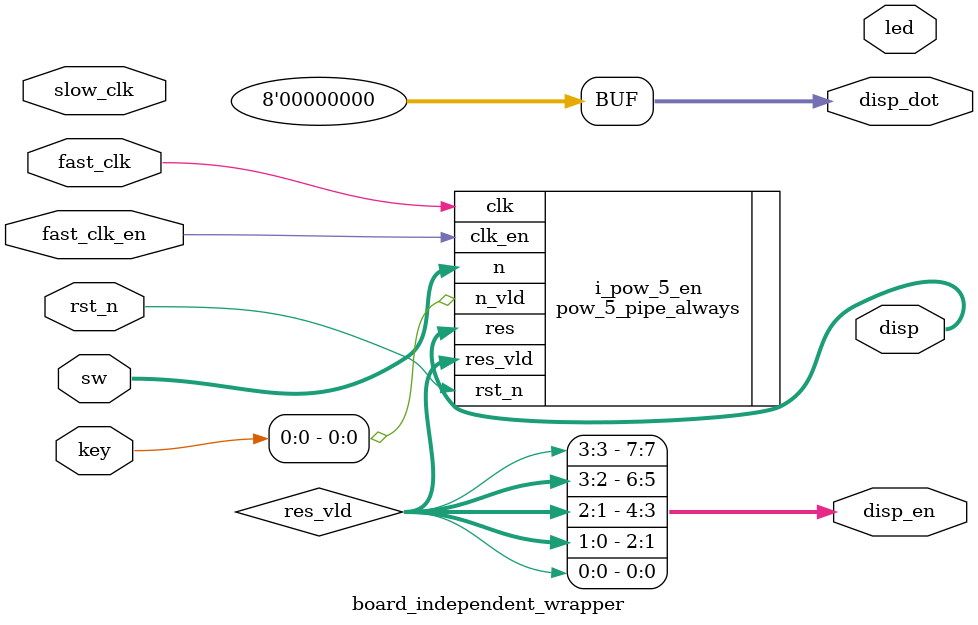
<source format=v>
module board_independent_wrapper
(
    input         fast_clk,
    input         slow_clk,
    input         rst_n,
    input         fast_clk_en,
    input  [ 3:0] key,
    input  [ 7:0] sw,
    output [ 7:0] led,
    output [ 7:0] disp_en,
    output [31:0] disp,
    output [ 7:0] disp_dot
);

    wire [3:0] res_vld;

    pow_5_pipe_always
    # (.w (8))
    i_pow_5_en
    (
        .clk     ( fast_clk    ),
        .rst_n   ( rst_n       ),
        .clk_en  ( fast_clk_en ),
        .n_vld   ( key [0]     ),
        .n       ( sw          ),
        .res_vld ( res_vld     ),
        .res     ( disp [31:0] )
    );

    assign disp_en  =
    {
        res_vld [3], res_vld [3],
        res_vld [2], res_vld [2],
        res_vld [1], res_vld [1],
        res_vld [0], res_vld [0]
    };

    assign disp_dot = 8'b0;

endmodule

</source>
